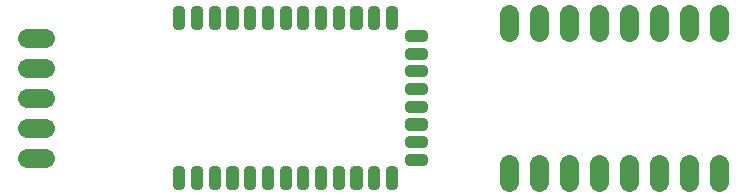
<source format=gts>
G04 EAGLE Gerber RS-274X export*
G75*
%MOMM*%
%FSLAX34Y34*%
%LPD*%
%INTop Solder Mask*%
%IPPOS*%
%AMOC8*
5,1,8,0,0,1.08239X$1,22.5*%
G01*
%ADD10C,0.800100*%
%ADD11C,1.625600*%


D10*
X153734Y40060D02*
X153734Y27740D01*
X151066Y27740D01*
X151066Y40060D01*
X153734Y40060D01*
X153734Y35341D02*
X151066Y35341D01*
X168734Y40060D02*
X168734Y27740D01*
X166066Y27740D01*
X166066Y40060D01*
X168734Y40060D01*
X168734Y35341D02*
X166066Y35341D01*
X183734Y40060D02*
X183734Y27740D01*
X181066Y27740D01*
X181066Y40060D01*
X183734Y40060D01*
X183734Y35341D02*
X181066Y35341D01*
X198734Y40060D02*
X198734Y27740D01*
X196066Y27740D01*
X196066Y40060D01*
X198734Y40060D01*
X198734Y35341D02*
X196066Y35341D01*
X213734Y40060D02*
X213734Y27740D01*
X211066Y27740D01*
X211066Y40060D01*
X213734Y40060D01*
X213734Y35341D02*
X211066Y35341D01*
X228734Y40060D02*
X228734Y27740D01*
X226066Y27740D01*
X226066Y40060D01*
X228734Y40060D01*
X228734Y35341D02*
X226066Y35341D01*
X243734Y40060D02*
X243734Y27740D01*
X241066Y27740D01*
X241066Y40060D01*
X243734Y40060D01*
X243734Y35341D02*
X241066Y35341D01*
X258734Y40060D02*
X258734Y27740D01*
X256066Y27740D01*
X256066Y40060D01*
X258734Y40060D01*
X258734Y35341D02*
X256066Y35341D01*
X273734Y40060D02*
X273734Y27740D01*
X271066Y27740D01*
X271066Y40060D01*
X273734Y40060D01*
X273734Y35341D02*
X271066Y35341D01*
X288734Y40060D02*
X288734Y27740D01*
X286066Y27740D01*
X286066Y40060D01*
X288734Y40060D01*
X288734Y35341D02*
X286066Y35341D01*
X303734Y40060D02*
X303734Y27740D01*
X301066Y27740D01*
X301066Y40060D01*
X303734Y40060D01*
X303734Y35341D02*
X301066Y35341D01*
X318734Y40060D02*
X318734Y27740D01*
X316066Y27740D01*
X316066Y40060D01*
X318734Y40060D01*
X318734Y35341D02*
X316066Y35341D01*
X333734Y40060D02*
X333734Y27740D01*
X331066Y27740D01*
X331066Y40060D01*
X333734Y40060D01*
X333734Y35341D02*
X331066Y35341D01*
X346940Y50634D02*
X359260Y50634D01*
X359260Y47966D01*
X346940Y47966D01*
X346940Y50634D01*
X346940Y65634D02*
X359260Y65634D01*
X359260Y62966D01*
X346940Y62966D01*
X346940Y65634D01*
X346940Y80634D02*
X359260Y80634D01*
X359260Y77966D01*
X346940Y77966D01*
X346940Y80634D01*
X346940Y95634D02*
X359260Y95634D01*
X359260Y92966D01*
X346940Y92966D01*
X346940Y95634D01*
X346940Y110634D02*
X359260Y110634D01*
X359260Y107966D01*
X346940Y107966D01*
X346940Y110634D01*
X346940Y125634D02*
X359260Y125634D01*
X359260Y122966D01*
X346940Y122966D01*
X346940Y125634D01*
X346940Y140634D02*
X359260Y140634D01*
X359260Y137966D01*
X346940Y137966D01*
X346940Y140634D01*
X346940Y155634D02*
X359260Y155634D01*
X359260Y152966D01*
X346940Y152966D01*
X346940Y155634D01*
X331066Y163140D02*
X331066Y175460D01*
X333734Y175460D01*
X333734Y163140D01*
X331066Y163140D01*
X331066Y170741D02*
X333734Y170741D01*
X316066Y175460D02*
X316066Y163140D01*
X316066Y175460D02*
X318734Y175460D01*
X318734Y163140D01*
X316066Y163140D01*
X316066Y170741D02*
X318734Y170741D01*
X301066Y175460D02*
X301066Y163140D01*
X301066Y175460D02*
X303734Y175460D01*
X303734Y163140D01*
X301066Y163140D01*
X301066Y170741D02*
X303734Y170741D01*
X286066Y175460D02*
X286066Y163140D01*
X286066Y175460D02*
X288734Y175460D01*
X288734Y163140D01*
X286066Y163140D01*
X286066Y170741D02*
X288734Y170741D01*
X271066Y175460D02*
X271066Y163140D01*
X271066Y175460D02*
X273734Y175460D01*
X273734Y163140D01*
X271066Y163140D01*
X271066Y170741D02*
X273734Y170741D01*
X256066Y175460D02*
X256066Y163140D01*
X256066Y175460D02*
X258734Y175460D01*
X258734Y163140D01*
X256066Y163140D01*
X256066Y170741D02*
X258734Y170741D01*
X241066Y175460D02*
X241066Y163140D01*
X241066Y175460D02*
X243734Y175460D01*
X243734Y163140D01*
X241066Y163140D01*
X241066Y170741D02*
X243734Y170741D01*
X226066Y175460D02*
X226066Y163140D01*
X226066Y175460D02*
X228734Y175460D01*
X228734Y163140D01*
X226066Y163140D01*
X226066Y170741D02*
X228734Y170741D01*
X211066Y175460D02*
X211066Y163140D01*
X211066Y175460D02*
X213734Y175460D01*
X213734Y163140D01*
X211066Y163140D01*
X211066Y170741D02*
X213734Y170741D01*
X196066Y175460D02*
X196066Y163140D01*
X196066Y175460D02*
X198734Y175460D01*
X198734Y163140D01*
X196066Y163140D01*
X196066Y170741D02*
X198734Y170741D01*
X181066Y175460D02*
X181066Y163140D01*
X181066Y175460D02*
X183734Y175460D01*
X183734Y163140D01*
X181066Y163140D01*
X181066Y170741D02*
X183734Y170741D01*
X166066Y175460D02*
X166066Y163140D01*
X166066Y175460D02*
X168734Y175460D01*
X168734Y163140D01*
X166066Y163140D01*
X166066Y170741D02*
X168734Y170741D01*
X151066Y175460D02*
X151066Y163140D01*
X151066Y175460D02*
X153734Y175460D01*
X153734Y163140D01*
X151066Y163140D01*
X151066Y170741D02*
X153734Y170741D01*
D11*
X39370Y50800D02*
X24130Y50800D01*
X24130Y76200D02*
X39370Y76200D01*
X39370Y101600D02*
X24130Y101600D01*
X24130Y127000D02*
X39370Y127000D01*
X39370Y152400D02*
X24130Y152400D01*
X431800Y45720D02*
X431800Y30480D01*
X457200Y30480D02*
X457200Y45720D01*
X482600Y45720D02*
X482600Y30480D01*
X508000Y30480D02*
X508000Y45720D01*
X533400Y45720D02*
X533400Y30480D01*
X558800Y30480D02*
X558800Y45720D01*
X584200Y45720D02*
X584200Y30480D01*
X609600Y30480D02*
X609600Y45720D01*
X609600Y157480D02*
X609600Y172720D01*
X584200Y172720D02*
X584200Y157480D01*
X558800Y157480D02*
X558800Y172720D01*
X533400Y172720D02*
X533400Y157480D01*
X508000Y157480D02*
X508000Y172720D01*
X482600Y172720D02*
X482600Y157480D01*
X457200Y157480D02*
X457200Y172720D01*
X431800Y172720D02*
X431800Y157480D01*
M02*

</source>
